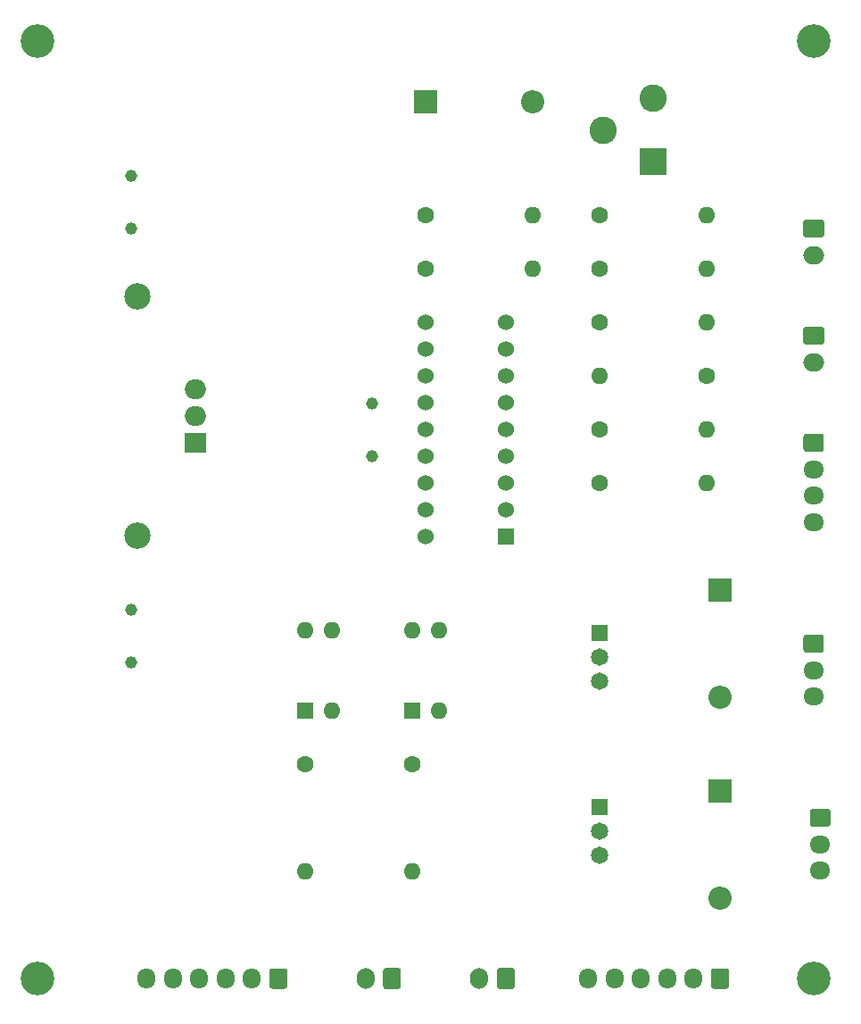
<source format=gbs>
%TF.GenerationSoftware,KiCad,Pcbnew,(5.1.12)-1*%
%TF.CreationDate,2022-01-09T19:11:42+09:00*%
%TF.ProjectId,24VFanController,32345646-616e-4436-9f6e-74726f6c6c65,rev?*%
%TF.SameCoordinates,PX6d01460PY196f3b0*%
%TF.FileFunction,Soldermask,Bot*%
%TF.FilePolarity,Negative*%
%FSLAX46Y46*%
G04 Gerber Fmt 4.6, Leading zero omitted, Abs format (unit mm)*
G04 Created by KiCad (PCBNEW (5.1.12)-1) date 2022-01-09 19:11:42*
%MOMM*%
%LPD*%
G01*
G04 APERTURE LIST*
%ADD10O,2.000000X1.700000*%
%ADD11C,3.200000*%
%ADD12C,2.500000*%
%ADD13O,2.200000X2.200000*%
%ADD14R,2.200000X2.200000*%
%ADD15R,2.600000X2.600000*%
%ADD16C,2.600000*%
%ADD17O,1.700000X2.000000*%
%ADD18O,1.950000X1.700000*%
%ADD19C,1.650000*%
%ADD20R,1.650000X1.650000*%
%ADD21C,1.600000*%
%ADD22O,1.600000X1.600000*%
%ADD23R,2.000000X1.905000*%
%ADD24O,2.000000X1.905000*%
%ADD25R,1.524000X1.524000*%
%ADD26C,1.524000*%
%ADD27R,1.600000X1.600000*%
%ADD28O,1.700000X1.950000*%
%ADD29C,1.150000*%
G04 APERTURE END LIST*
D10*
%TO.C,J4*%
X77470000Y-34250000D03*
G36*
G01*
X76720000Y-30900000D02*
X78220000Y-30900000D01*
G75*
G02*
X78470000Y-31150000I0J-250000D01*
G01*
X78470000Y-32350000D01*
G75*
G02*
X78220000Y-32600000I-250000J0D01*
G01*
X76720000Y-32600000D01*
G75*
G02*
X76470000Y-32350000I0J250000D01*
G01*
X76470000Y-31150000D01*
G75*
G02*
X76720000Y-30900000I250000J0D01*
G01*
G37*
%TD*%
D11*
%TO.C,MH4*%
X77470000Y-92710000D03*
%TD*%
%TO.C,MH3*%
X3810000Y-92710000D03*
%TD*%
%TO.C,MH2*%
X3810000Y-3810000D03*
%TD*%
%TO.C,MH1*%
X77470000Y-3810000D03*
%TD*%
D12*
%TO.C,  *%
X13335000Y-27995000D03*
X13335000Y-50745000D03*
%TD*%
D13*
%TO.C,D1*%
X68580000Y-66040000D03*
D14*
X68580000Y-55880000D03*
%TD*%
%TO.C,D2*%
X68580000Y-74930000D03*
D13*
X68580000Y-85090000D03*
%TD*%
D15*
%TO.C,J1*%
X62230000Y-15240000D03*
D16*
X62230000Y-9240000D03*
X57530000Y-12240000D03*
%TD*%
%TO.C,J5*%
G36*
G01*
X76720000Y-20740000D02*
X78220000Y-20740000D01*
G75*
G02*
X78470000Y-20990000I0J-250000D01*
G01*
X78470000Y-22190000D01*
G75*
G02*
X78220000Y-22440000I-250000J0D01*
G01*
X76720000Y-22440000D01*
G75*
G02*
X76470000Y-22190000I0J250000D01*
G01*
X76470000Y-20990000D01*
G75*
G02*
X76720000Y-20740000I250000J0D01*
G01*
G37*
D10*
X77470000Y-24090000D03*
%TD*%
D17*
%TO.C,J8*%
X34965000Y-92710000D03*
G36*
G01*
X38315000Y-91960000D02*
X38315000Y-93460000D01*
G75*
G02*
X38065000Y-93710000I-250000J0D01*
G01*
X36865000Y-93710000D01*
G75*
G02*
X36615000Y-93460000I0J250000D01*
G01*
X36615000Y-91960000D01*
G75*
G02*
X36865000Y-91710000I250000J0D01*
G01*
X38065000Y-91710000D01*
G75*
G02*
X38315000Y-91960000I0J-250000D01*
G01*
G37*
%TD*%
%TO.C,J9*%
G36*
G01*
X49110000Y-91960000D02*
X49110000Y-93460000D01*
G75*
G02*
X48860000Y-93710000I-250000J0D01*
G01*
X47660000Y-93710000D01*
G75*
G02*
X47410000Y-93460000I0J250000D01*
G01*
X47410000Y-91960000D01*
G75*
G02*
X47660000Y-91710000I250000J0D01*
G01*
X48860000Y-91710000D01*
G75*
G02*
X49110000Y-91960000I0J-250000D01*
G01*
G37*
X45760000Y-92710000D03*
%TD*%
%TO.C,J10*%
G36*
G01*
X76745000Y-41060000D02*
X78195000Y-41060000D01*
G75*
G02*
X78445000Y-41310000I0J-250000D01*
G01*
X78445000Y-42510000D01*
G75*
G02*
X78195000Y-42760000I-250000J0D01*
G01*
X76745000Y-42760000D01*
G75*
G02*
X76495000Y-42510000I0J250000D01*
G01*
X76495000Y-41310000D01*
G75*
G02*
X76745000Y-41060000I250000J0D01*
G01*
G37*
D18*
X77470000Y-44410000D03*
X77470000Y-46910000D03*
X77470000Y-49410000D03*
%TD*%
D19*
%TO.C,Q1*%
X57150000Y-64530000D03*
X57150000Y-62230000D03*
D20*
X57150000Y-59930000D03*
%TD*%
%TO.C,Q2*%
X57150000Y-76440000D03*
D19*
X57150000Y-78740000D03*
X57150000Y-81040000D03*
%TD*%
D21*
%TO.C,R1*%
X57150000Y-20320000D03*
D22*
X67310000Y-20320000D03*
%TD*%
D21*
%TO.C,R2*%
X57150000Y-25400000D03*
D22*
X67310000Y-25400000D03*
%TD*%
D21*
%TO.C,R3*%
X29210000Y-72390000D03*
D22*
X29210000Y-82550000D03*
%TD*%
%TO.C,R4*%
X67310000Y-40640000D03*
D21*
X57150000Y-40640000D03*
%TD*%
D22*
%TO.C,R5*%
X67310000Y-45720000D03*
D21*
X57150000Y-45720000D03*
%TD*%
D22*
%TO.C,R6*%
X67310000Y-30480000D03*
D21*
X57150000Y-30480000D03*
%TD*%
%TO.C,R7*%
X67310000Y-35560000D03*
D22*
X57150000Y-35560000D03*
%TD*%
%TO.C,R8*%
X39370000Y-82550000D03*
D21*
X39370000Y-72390000D03*
%TD*%
%TO.C,R9*%
X40640000Y-20320000D03*
D22*
X50800000Y-20320000D03*
%TD*%
%TO.C,R10*%
X50800000Y-25400000D03*
D21*
X40640000Y-25400000D03*
%TD*%
D23*
%TO.C,U1*%
X18796000Y-41910000D03*
D24*
X18796000Y-39370000D03*
X18796000Y-36830000D03*
%TD*%
D25*
%TO.C,U3*%
X48260000Y-50800000D03*
D26*
X48260000Y-48260000D03*
X48260000Y-45720000D03*
X48260000Y-43180000D03*
X48260000Y-40640000D03*
X48260000Y-38100000D03*
X48260000Y-35560000D03*
X48260000Y-33020000D03*
X48260000Y-30480000D03*
X40640000Y-30480000D03*
X40640000Y-33020000D03*
X40640000Y-35560000D03*
X40640000Y-38100000D03*
X40640000Y-40640000D03*
X40640000Y-43180000D03*
X40640000Y-45720000D03*
X40640000Y-48260000D03*
X40640000Y-50800000D03*
%TD*%
D27*
%TO.C,U4*%
X29210000Y-67310000D03*
D22*
X31750000Y-59690000D03*
X31750000Y-67310000D03*
X29210000Y-59690000D03*
%TD*%
%TO.C,U6*%
X39370000Y-59690000D03*
X41910000Y-67310000D03*
X41910000Y-59690000D03*
D27*
X39370000Y-67310000D03*
%TD*%
%TO.C,J2*%
G36*
G01*
X27520000Y-91985000D02*
X27520000Y-93435000D01*
G75*
G02*
X27270000Y-93685000I-250000J0D01*
G01*
X26070000Y-93685000D01*
G75*
G02*
X25820000Y-93435000I0J250000D01*
G01*
X25820000Y-91985000D01*
G75*
G02*
X26070000Y-91735000I250000J0D01*
G01*
X27270000Y-91735000D01*
G75*
G02*
X27520000Y-91985000I0J-250000D01*
G01*
G37*
D28*
X24170000Y-92710000D03*
X21670000Y-92710000D03*
X19170000Y-92710000D03*
X16670000Y-92710000D03*
X14170000Y-92710000D03*
%TD*%
%TO.C,J3*%
X56080000Y-92710000D03*
X58580000Y-92710000D03*
X61080000Y-92710000D03*
X63580000Y-92710000D03*
X66080000Y-92710000D03*
G36*
G01*
X69430000Y-91985000D02*
X69430000Y-93435000D01*
G75*
G02*
X69180000Y-93685000I-250000J0D01*
G01*
X67980000Y-93685000D01*
G75*
G02*
X67730000Y-93435000I0J250000D01*
G01*
X67730000Y-91985000D01*
G75*
G02*
X67980000Y-91735000I250000J0D01*
G01*
X69180000Y-91735000D01*
G75*
G02*
X69430000Y-91985000I0J-250000D01*
G01*
G37*
%TD*%
D14*
%TO.C,D3*%
X40640000Y-9525000D03*
D13*
X50800000Y-9525000D03*
%TD*%
D18*
%TO.C,J6*%
X77470000Y-65960000D03*
X77470000Y-63460000D03*
G36*
G01*
X76745000Y-60110000D02*
X78195000Y-60110000D01*
G75*
G02*
X78445000Y-60360000I0J-250000D01*
G01*
X78445000Y-61560000D01*
G75*
G02*
X78195000Y-61810000I-250000J0D01*
G01*
X76745000Y-61810000D01*
G75*
G02*
X76495000Y-61560000I0J250000D01*
G01*
X76495000Y-60360000D01*
G75*
G02*
X76745000Y-60110000I250000J0D01*
G01*
G37*
%TD*%
%TO.C,J7*%
G36*
G01*
X77380000Y-76620000D02*
X78830000Y-76620000D01*
G75*
G02*
X79080000Y-76870000I0J-250000D01*
G01*
X79080000Y-78070000D01*
G75*
G02*
X78830000Y-78320000I-250000J0D01*
G01*
X77380000Y-78320000D01*
G75*
G02*
X77130000Y-78070000I0J250000D01*
G01*
X77130000Y-76870000D01*
G75*
G02*
X77380000Y-76620000I250000J0D01*
G01*
G37*
X78105000Y-79970000D03*
X78105000Y-82470000D03*
%TD*%
D29*
%TO.C,C1*%
X12700000Y-62698000D03*
X12700000Y-57698000D03*
%TD*%
%TO.C,C2*%
X12700000Y-16550000D03*
X12700000Y-21550000D03*
%TD*%
%TO.C,C3*%
X35560000Y-38140000D03*
X35560000Y-43140000D03*
%TD*%
M02*

</source>
